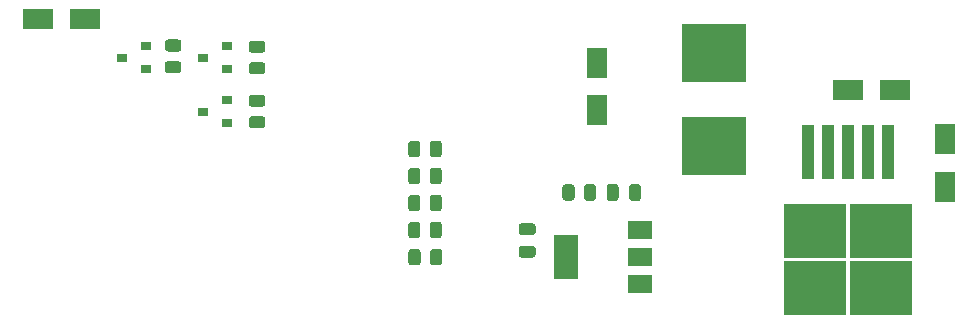
<source format=gbr>
%TF.GenerationSoftware,KiCad,Pcbnew,5.1.9+dfsg1-1*%
%TF.CreationDate,2021-11-29T12:28:50+01:00*%
%TF.ProjectId,Esp8266AquariumLight,45737038-3236-4364-9171-75617269756d,rev?*%
%TF.SameCoordinates,Original*%
%TF.FileFunction,Paste,Top*%
%TF.FilePolarity,Positive*%
%FSLAX46Y46*%
G04 Gerber Fmt 4.6, Leading zero omitted, Abs format (unit mm)*
G04 Created by KiCad (PCBNEW 5.1.9+dfsg1-1) date 2021-11-29 12:28:50*
%MOMM*%
%LPD*%
G01*
G04 APERTURE LIST*
%ADD10R,5.400000X4.900000*%
%ADD11R,2.500000X1.800000*%
%ADD12R,0.900000X0.800000*%
%ADD13R,5.250000X4.550000*%
%ADD14R,1.100000X4.600000*%
%ADD15R,2.000000X1.500000*%
%ADD16R,2.000000X3.800000*%
%ADD17R,1.800000X2.500000*%
G04 APERTURE END LIST*
D10*
%TO.C,L1*%
X165430000Y-106030000D03*
X165430000Y-113930000D03*
%TD*%
%TO.C,R3*%
G36*
G01*
X120084001Y-105922500D02*
X119183999Y-105922500D01*
G75*
G02*
X118934000Y-105672501I0J249999D01*
G01*
X118934000Y-105147499D01*
G75*
G02*
X119183999Y-104897500I249999J0D01*
G01*
X120084001Y-104897500D01*
G75*
G02*
X120334000Y-105147499I0J-249999D01*
G01*
X120334000Y-105672501D01*
G75*
G02*
X120084001Y-105922500I-249999J0D01*
G01*
G37*
G36*
G01*
X120084001Y-107747500D02*
X119183999Y-107747500D01*
G75*
G02*
X118934000Y-107497501I0J249999D01*
G01*
X118934000Y-106972499D01*
G75*
G02*
X119183999Y-106722500I249999J0D01*
G01*
X120084001Y-106722500D01*
G75*
G02*
X120334000Y-106972499I0J-249999D01*
G01*
X120334000Y-107497501D01*
G75*
G02*
X120084001Y-107747500I-249999J0D01*
G01*
G37*
%TD*%
%TO.C,R4*%
G36*
G01*
X154427500Y-118306001D02*
X154427500Y-117405999D01*
G75*
G02*
X154677499Y-117156000I249999J0D01*
G01*
X155202501Y-117156000D01*
G75*
G02*
X155452500Y-117405999I0J-249999D01*
G01*
X155452500Y-118306001D01*
G75*
G02*
X155202501Y-118556000I-249999J0D01*
G01*
X154677499Y-118556000D01*
G75*
G02*
X154427500Y-118306001I0J249999D01*
G01*
G37*
G36*
G01*
X152602500Y-118306001D02*
X152602500Y-117405999D01*
G75*
G02*
X152852499Y-117156000I249999J0D01*
G01*
X153377501Y-117156000D01*
G75*
G02*
X153627500Y-117405999I0J-249999D01*
G01*
X153627500Y-118306001D01*
G75*
G02*
X153377501Y-118556000I-249999J0D01*
G01*
X152852499Y-118556000D01*
G75*
G02*
X152602500Y-118306001I0J249999D01*
G01*
G37*
%TD*%
D11*
%TO.C,D4*%
X112204000Y-103124000D03*
X108204000Y-103124000D03*
%TD*%
D12*
%TO.C,Q3*%
X115332000Y-106426000D03*
X117332000Y-105476000D03*
X117332000Y-107376000D03*
%TD*%
D13*
%TO.C,U3*%
X174000000Y-121125000D03*
X179550000Y-125975000D03*
X179550000Y-121125000D03*
X174000000Y-125975000D03*
D14*
X173375000Y-114400000D03*
X175075000Y-114400000D03*
X176775000Y-114400000D03*
X178475000Y-114400000D03*
X180175000Y-114400000D03*
%TD*%
%TO.C,R2*%
G36*
G01*
X127196001Y-106026000D02*
X126295999Y-106026000D01*
G75*
G02*
X126046000Y-105776001I0J249999D01*
G01*
X126046000Y-105250999D01*
G75*
G02*
X126295999Y-105001000I249999J0D01*
G01*
X127196001Y-105001000D01*
G75*
G02*
X127446000Y-105250999I0J-249999D01*
G01*
X127446000Y-105776001D01*
G75*
G02*
X127196001Y-106026000I-249999J0D01*
G01*
G37*
G36*
G01*
X127196001Y-107851000D02*
X126295999Y-107851000D01*
G75*
G02*
X126046000Y-107601001I0J249999D01*
G01*
X126046000Y-107075999D01*
G75*
G02*
X126295999Y-106826000I249999J0D01*
G01*
X127196001Y-106826000D01*
G75*
G02*
X127446000Y-107075999I0J-249999D01*
G01*
X127446000Y-107601001D01*
G75*
G02*
X127196001Y-107851000I-249999J0D01*
G01*
G37*
%TD*%
%TO.C,R1*%
G36*
G01*
X127196001Y-110598000D02*
X126295999Y-110598000D01*
G75*
G02*
X126046000Y-110348001I0J249999D01*
G01*
X126046000Y-109822999D01*
G75*
G02*
X126295999Y-109573000I249999J0D01*
G01*
X127196001Y-109573000D01*
G75*
G02*
X127446000Y-109822999I0J-249999D01*
G01*
X127446000Y-110348001D01*
G75*
G02*
X127196001Y-110598000I-249999J0D01*
G01*
G37*
G36*
G01*
X127196001Y-112423000D02*
X126295999Y-112423000D01*
G75*
G02*
X126046000Y-112173001I0J249999D01*
G01*
X126046000Y-111647999D01*
G75*
G02*
X126295999Y-111398000I249999J0D01*
G01*
X127196001Y-111398000D01*
G75*
G02*
X127446000Y-111647999I0J-249999D01*
G01*
X127446000Y-112173001D01*
G75*
G02*
X127196001Y-112423000I-249999J0D01*
G01*
G37*
%TD*%
D12*
%TO.C,Q2*%
X122190000Y-106426000D03*
X124190000Y-105476000D03*
X124190000Y-107376000D03*
%TD*%
%TO.C,Q1*%
X122190000Y-110998000D03*
X124190000Y-110048000D03*
X124190000Y-111948000D03*
%TD*%
D15*
%TO.C,U1*%
X159180000Y-125590000D03*
X159180000Y-120990000D03*
X159180000Y-123290000D03*
D16*
X152880000Y-123290000D03*
%TD*%
%TO.C,R9*%
G36*
G01*
X141390000Y-123780001D02*
X141390000Y-122879999D01*
G75*
G02*
X141639999Y-122630000I249999J0D01*
G01*
X142165001Y-122630000D01*
G75*
G02*
X142415000Y-122879999I0J-249999D01*
G01*
X142415000Y-123780001D01*
G75*
G02*
X142165001Y-124030000I-249999J0D01*
G01*
X141639999Y-124030000D01*
G75*
G02*
X141390000Y-123780001I0J249999D01*
G01*
G37*
G36*
G01*
X139565000Y-123780001D02*
X139565000Y-122879999D01*
G75*
G02*
X139814999Y-122630000I249999J0D01*
G01*
X140340001Y-122630000D01*
G75*
G02*
X140590000Y-122879999I0J-249999D01*
G01*
X140590000Y-123780001D01*
G75*
G02*
X140340001Y-124030000I-249999J0D01*
G01*
X139814999Y-124030000D01*
G75*
G02*
X139565000Y-123780001I0J249999D01*
G01*
G37*
%TD*%
%TO.C,R8*%
G36*
G01*
X140570000Y-116011999D02*
X140570000Y-116912001D01*
G75*
G02*
X140320001Y-117162000I-249999J0D01*
G01*
X139794999Y-117162000D01*
G75*
G02*
X139545000Y-116912001I0J249999D01*
G01*
X139545000Y-116011999D01*
G75*
G02*
X139794999Y-115762000I249999J0D01*
G01*
X140320001Y-115762000D01*
G75*
G02*
X140570000Y-116011999I0J-249999D01*
G01*
G37*
G36*
G01*
X142395000Y-116011999D02*
X142395000Y-116912001D01*
G75*
G02*
X142145001Y-117162000I-249999J0D01*
G01*
X141619999Y-117162000D01*
G75*
G02*
X141370000Y-116912001I0J249999D01*
G01*
X141370000Y-116011999D01*
G75*
G02*
X141619999Y-115762000I249999J0D01*
G01*
X142145001Y-115762000D01*
G75*
G02*
X142395000Y-116011999I0J-249999D01*
G01*
G37*
%TD*%
%TO.C,R7*%
G36*
G01*
X140570000Y-113725999D02*
X140570000Y-114626001D01*
G75*
G02*
X140320001Y-114876000I-249999J0D01*
G01*
X139794999Y-114876000D01*
G75*
G02*
X139545000Y-114626001I0J249999D01*
G01*
X139545000Y-113725999D01*
G75*
G02*
X139794999Y-113476000I249999J0D01*
G01*
X140320001Y-113476000D01*
G75*
G02*
X140570000Y-113725999I0J-249999D01*
G01*
G37*
G36*
G01*
X142395000Y-113725999D02*
X142395000Y-114626001D01*
G75*
G02*
X142145001Y-114876000I-249999J0D01*
G01*
X141619999Y-114876000D01*
G75*
G02*
X141370000Y-114626001I0J249999D01*
G01*
X141370000Y-113725999D01*
G75*
G02*
X141619999Y-113476000I249999J0D01*
G01*
X142145001Y-113476000D01*
G75*
G02*
X142395000Y-113725999I0J-249999D01*
G01*
G37*
%TD*%
%TO.C,R6*%
G36*
G01*
X141370000Y-121484001D02*
X141370000Y-120583999D01*
G75*
G02*
X141619999Y-120334000I249999J0D01*
G01*
X142145001Y-120334000D01*
G75*
G02*
X142395000Y-120583999I0J-249999D01*
G01*
X142395000Y-121484001D01*
G75*
G02*
X142145001Y-121734000I-249999J0D01*
G01*
X141619999Y-121734000D01*
G75*
G02*
X141370000Y-121484001I0J249999D01*
G01*
G37*
G36*
G01*
X139545000Y-121484001D02*
X139545000Y-120583999D01*
G75*
G02*
X139794999Y-120334000I249999J0D01*
G01*
X140320001Y-120334000D01*
G75*
G02*
X140570000Y-120583999I0J-249999D01*
G01*
X140570000Y-121484001D01*
G75*
G02*
X140320001Y-121734000I-249999J0D01*
G01*
X139794999Y-121734000D01*
G75*
G02*
X139545000Y-121484001I0J249999D01*
G01*
G37*
%TD*%
%TO.C,R5*%
G36*
G01*
X141370000Y-119198001D02*
X141370000Y-118297999D01*
G75*
G02*
X141619999Y-118048000I249999J0D01*
G01*
X142145001Y-118048000D01*
G75*
G02*
X142395000Y-118297999I0J-249999D01*
G01*
X142395000Y-119198001D01*
G75*
G02*
X142145001Y-119448000I-249999J0D01*
G01*
X141619999Y-119448000D01*
G75*
G02*
X141370000Y-119198001I0J249999D01*
G01*
G37*
G36*
G01*
X139545000Y-119198001D02*
X139545000Y-118297999D01*
G75*
G02*
X139794999Y-118048000I249999J0D01*
G01*
X140320001Y-118048000D01*
G75*
G02*
X140570000Y-118297999I0J-249999D01*
G01*
X140570000Y-119198001D01*
G75*
G02*
X140320001Y-119448000I-249999J0D01*
G01*
X139794999Y-119448000D01*
G75*
G02*
X139545000Y-119198001I0J249999D01*
G01*
G37*
%TD*%
D17*
%TO.C,D3*%
X155550000Y-106890000D03*
X155550000Y-110890000D03*
%TD*%
D11*
%TO.C,D2*%
X180784000Y-109175000D03*
X176784000Y-109175000D03*
%TD*%
D17*
%TO.C,D1*%
X185025000Y-113350000D03*
X185025000Y-117350000D03*
%TD*%
%TO.C,C4*%
G36*
G01*
X158250000Y-118331000D02*
X158250000Y-117381000D01*
G75*
G02*
X158500000Y-117131000I250000J0D01*
G01*
X159000000Y-117131000D01*
G75*
G02*
X159250000Y-117381000I0J-250000D01*
G01*
X159250000Y-118331000D01*
G75*
G02*
X159000000Y-118581000I-250000J0D01*
G01*
X158500000Y-118581000D01*
G75*
G02*
X158250000Y-118331000I0J250000D01*
G01*
G37*
G36*
G01*
X156350000Y-118331000D02*
X156350000Y-117381000D01*
G75*
G02*
X156600000Y-117131000I250000J0D01*
G01*
X157100000Y-117131000D01*
G75*
G02*
X157350000Y-117381000I0J-250000D01*
G01*
X157350000Y-118331000D01*
G75*
G02*
X157100000Y-118581000I-250000J0D01*
G01*
X156600000Y-118581000D01*
G75*
G02*
X156350000Y-118331000I0J250000D01*
G01*
G37*
%TD*%
%TO.C,C2*%
G36*
G01*
X150081000Y-121470000D02*
X149131000Y-121470000D01*
G75*
G02*
X148881000Y-121220000I0J250000D01*
G01*
X148881000Y-120720000D01*
G75*
G02*
X149131000Y-120470000I250000J0D01*
G01*
X150081000Y-120470000D01*
G75*
G02*
X150331000Y-120720000I0J-250000D01*
G01*
X150331000Y-121220000D01*
G75*
G02*
X150081000Y-121470000I-250000J0D01*
G01*
G37*
G36*
G01*
X150081000Y-123370000D02*
X149131000Y-123370000D01*
G75*
G02*
X148881000Y-123120000I0J250000D01*
G01*
X148881000Y-122620000D01*
G75*
G02*
X149131000Y-122370000I250000J0D01*
G01*
X150081000Y-122370000D01*
G75*
G02*
X150331000Y-122620000I0J-250000D01*
G01*
X150331000Y-123120000D01*
G75*
G02*
X150081000Y-123370000I-250000J0D01*
G01*
G37*
%TD*%
M02*

</source>
